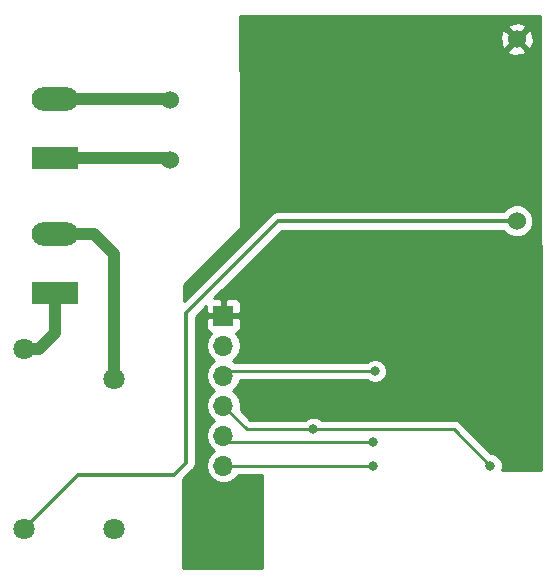
<source format=gbl>
G04 #@! TF.GenerationSoftware,KiCad,Pcbnew,5.0.2-bee76a0~70~ubuntu18.04.1*
G04 #@! TF.CreationDate,2019-03-23T21:35:36+01:00*
G04 #@! TF.ProjectId,AC Relay,41432052-656c-4617-992e-6b696361645f,rev?*
G04 #@! TF.SameCoordinates,Original*
G04 #@! TF.FileFunction,Copper,L2,Bot*
G04 #@! TF.FilePolarity,Positive*
%FSLAX46Y46*%
G04 Gerber Fmt 4.6, Leading zero omitted, Abs format (unit mm)*
G04 Created by KiCad (PCBNEW 5.0.2-bee76a0~70~ubuntu18.04.1) date sáb 23 mar 2019 21:35:36 CET*
%MOMM*%
%LPD*%
G01*
G04 APERTURE LIST*
G04 #@! TA.AperFunction,ComponentPad*
%ADD10C,1.524000*%
G04 #@! TD*
G04 #@! TA.AperFunction,ComponentPad*
%ADD11R,1.700000X1.700000*%
G04 #@! TD*
G04 #@! TA.AperFunction,ComponentPad*
%ADD12O,1.700000X1.700000*%
G04 #@! TD*
G04 #@! TA.AperFunction,ComponentPad*
%ADD13O,3.960000X1.980000*%
G04 #@! TD*
G04 #@! TA.AperFunction,ComponentPad*
%ADD14R,3.960000X1.980000*%
G04 #@! TD*
G04 #@! TA.AperFunction,ComponentPad*
%ADD15C,1.800000*%
G04 #@! TD*
G04 #@! TA.AperFunction,ViaPad*
%ADD16C,0.800000*%
G04 #@! TD*
G04 #@! TA.AperFunction,Conductor*
%ADD17C,0.350000*%
G04 #@! TD*
G04 #@! TA.AperFunction,Conductor*
%ADD18C,1.000000*%
G04 #@! TD*
G04 #@! TA.AperFunction,Conductor*
%ADD19C,0.250000*%
G04 #@! TD*
G04 #@! TA.AperFunction,Conductor*
%ADD20C,0.254000*%
G04 #@! TD*
G04 APERTURE END LIST*
D10*
G04 #@! TO.P,U3,1*
G04 #@! TO.N,Net-(J1-Pad2)*
X85358000Y-55572000D03*
G04 #@! TO.P,U3,2*
G04 #@! TO.N,Net-(J1-Pad1)*
X85358000Y-60572000D03*
G04 #@! TO.P,U3,3*
G04 #@! TO.N,GND*
X114758000Y-50372000D03*
G04 #@! TO.P,U3,4*
G04 #@! TO.N,+5V*
X114758000Y-65772000D03*
G04 #@! TD*
D11*
G04 #@! TO.P,J2,1*
G04 #@! TO.N,GND*
X89916000Y-73787000D03*
D12*
G04 #@! TO.P,J2,2*
G04 #@! TO.N,+3V3*
X89916000Y-76327000D03*
G04 #@! TO.P,J2,3*
G04 #@! TO.N,/Flash*
X89916000Y-78867000D03*
G04 #@! TO.P,J2,4*
G04 #@! TO.N,/Rst*
X89916000Y-81407000D03*
G04 #@! TO.P,J2,5*
G04 #@! TO.N,/RX*
X89916000Y-83947000D03*
G04 #@! TO.P,J2,6*
G04 #@! TO.N,/TX*
X89916000Y-86487000D03*
G04 #@! TD*
D13*
G04 #@! TO.P,J3,2*
G04 #@! TO.N,Net-(J3-Pad2)*
X75692000Y-66882000D03*
D14*
G04 #@! TO.P,J3,1*
G04 #@! TO.N,Net-(J3-Pad1)*
X75692000Y-71882000D03*
G04 #@! TD*
G04 #@! TO.P,J1,1*
G04 #@! TO.N,Net-(J1-Pad1)*
X75692000Y-60452000D03*
D13*
G04 #@! TO.P,J1,2*
G04 #@! TO.N,Net-(J1-Pad2)*
X75692000Y-55452000D03*
G04 #@! TD*
D15*
G04 #@! TO.P,K1,1*
G04 #@! TO.N,Net-(D1-Pad1)*
X80615000Y-91865000D03*
G04 #@! TO.P,K1,2*
G04 #@! TO.N,+5V*
X73015000Y-91865000D03*
G04 #@! TO.P,K1,3*
G04 #@! TO.N,Net-(J3-Pad1)*
X73015000Y-76625000D03*
G04 #@! TO.P,K1,4*
G04 #@! TO.N,Net-(J3-Pad2)*
X80615000Y-79165000D03*
G04 #@! TD*
D16*
G04 #@! TO.N,/Flash*
X102743000Y-78486000D03*
G04 #@! TO.N,/Rst*
X112522000Y-86487000D03*
X97536000Y-83367999D03*
G04 #@! TO.N,/RX*
X102616000Y-84455000D03*
G04 #@! TO.N,/TX*
X102616000Y-86487000D03*
G04 #@! TD*
D17*
G04 #@! TO.N,+5V*
X77631000Y-87249000D02*
X85725000Y-87249000D01*
X73015000Y-91865000D02*
X77631000Y-87249000D01*
X85725000Y-87249000D02*
X86741000Y-86233000D01*
X86741000Y-73533000D02*
X94502000Y-65772000D01*
X86741000Y-86233000D02*
X86741000Y-73533000D01*
X94502000Y-65772000D02*
X114758000Y-65772000D01*
D18*
G04 #@! TO.N,Net-(J3-Pad1)*
X75692000Y-73122000D02*
X75692000Y-71882000D01*
X75692000Y-75220792D02*
X75692000Y-73122000D01*
X74287792Y-76625000D02*
X75692000Y-75220792D01*
X73015000Y-76625000D02*
X74287792Y-76625000D01*
G04 #@! TO.N,Net-(J3-Pad2)*
X80615000Y-79165000D02*
X80615000Y-68550000D01*
X78947000Y-66882000D02*
X75692000Y-66882000D01*
X80615000Y-68550000D02*
X78947000Y-66882000D01*
D19*
G04 #@! TO.N,Net-(J1-Pad2)*
X85238000Y-55452000D02*
X85358000Y-55572000D01*
D18*
X75692000Y-55452000D02*
X85238000Y-55452000D01*
D19*
G04 #@! TO.N,Net-(J1-Pad1)*
X85238000Y-60452000D02*
X85358000Y-60572000D01*
D18*
X75692000Y-60452000D02*
X85238000Y-60452000D01*
D19*
G04 #@! TO.N,/Flash*
X90297000Y-78486000D02*
X89916000Y-78867000D01*
X102743000Y-78486000D02*
X90297000Y-78486000D01*
G04 #@! TO.N,/Rst*
X109402999Y-83367999D02*
X112522000Y-86487000D01*
X97536000Y-83367999D02*
X109402999Y-83367999D01*
X91876999Y-83367999D02*
X89916000Y-81407000D01*
X97536000Y-83367999D02*
X91876999Y-83367999D01*
G04 #@! TO.N,/RX*
X90424000Y-84455000D02*
X89916000Y-83947000D01*
X102616000Y-84455000D02*
X90424000Y-84455000D01*
G04 #@! TO.N,/TX*
X97155000Y-86487000D02*
X102616000Y-86487000D01*
X97155000Y-86487000D02*
X89916000Y-86487000D01*
G04 #@! TD*
D20*
G04 #@! TO.N,GND*
G36*
X116839583Y-86868000D02*
X113484461Y-86868000D01*
X113557000Y-86692874D01*
X113557000Y-86281126D01*
X113399431Y-85900720D01*
X113108280Y-85609569D01*
X112727874Y-85452000D01*
X112561802Y-85452000D01*
X109993330Y-82883529D01*
X109950928Y-82820070D01*
X109699536Y-82652095D01*
X109477851Y-82607999D01*
X109477846Y-82607999D01*
X109402999Y-82593111D01*
X109328152Y-82607999D01*
X98239711Y-82607999D01*
X98122280Y-82490568D01*
X97741874Y-82332999D01*
X97330126Y-82332999D01*
X96949720Y-82490568D01*
X96832289Y-82607999D01*
X92191802Y-82607999D01*
X91357209Y-81773407D01*
X91430092Y-81407000D01*
X91314839Y-80827582D01*
X90986625Y-80336375D01*
X90688239Y-80137000D01*
X90986625Y-79937625D01*
X91314839Y-79446418D01*
X91354704Y-79246000D01*
X102039289Y-79246000D01*
X102156720Y-79363431D01*
X102537126Y-79521000D01*
X102948874Y-79521000D01*
X103329280Y-79363431D01*
X103620431Y-79072280D01*
X103778000Y-78691874D01*
X103778000Y-78280126D01*
X103620431Y-77899720D01*
X103329280Y-77608569D01*
X102948874Y-77451000D01*
X102537126Y-77451000D01*
X102156720Y-77608569D01*
X102039289Y-77726000D01*
X90881301Y-77726000D01*
X90688239Y-77597000D01*
X90986625Y-77397625D01*
X91314839Y-76906418D01*
X91430092Y-76327000D01*
X91314839Y-75747582D01*
X90986625Y-75256375D01*
X90964967Y-75241904D01*
X91125698Y-75175327D01*
X91304327Y-74996699D01*
X91401000Y-74763310D01*
X91401000Y-74072750D01*
X91242250Y-73914000D01*
X90043000Y-73914000D01*
X90043000Y-73934000D01*
X89789000Y-73934000D01*
X89789000Y-73914000D01*
X88589750Y-73914000D01*
X88431000Y-74072750D01*
X88431000Y-74763310D01*
X88527673Y-74996699D01*
X88706302Y-75175327D01*
X88867033Y-75241904D01*
X88845375Y-75256375D01*
X88517161Y-75747582D01*
X88401908Y-76327000D01*
X88517161Y-76906418D01*
X88845375Y-77397625D01*
X89143761Y-77597000D01*
X88845375Y-77796375D01*
X88517161Y-78287582D01*
X88401908Y-78867000D01*
X88517161Y-79446418D01*
X88845375Y-79937625D01*
X89143761Y-80137000D01*
X88845375Y-80336375D01*
X88517161Y-80827582D01*
X88401908Y-81407000D01*
X88517161Y-81986418D01*
X88845375Y-82477625D01*
X89143761Y-82677000D01*
X88845375Y-82876375D01*
X88517161Y-83367582D01*
X88401908Y-83947000D01*
X88517161Y-84526418D01*
X88845375Y-85017625D01*
X89143761Y-85217000D01*
X88845375Y-85416375D01*
X88517161Y-85907582D01*
X88401908Y-86487000D01*
X88517161Y-87066418D01*
X88845375Y-87557625D01*
X89336582Y-87885839D01*
X89769744Y-87972000D01*
X90062256Y-87972000D01*
X90495418Y-87885839D01*
X90986625Y-87557625D01*
X91194178Y-87247000D01*
X93218000Y-87247000D01*
X93218000Y-95123000D01*
X86487000Y-95123000D01*
X86487000Y-87632512D01*
X87257347Y-86862166D01*
X87324977Y-86816977D01*
X87504003Y-86549046D01*
X87551000Y-86312774D01*
X87551000Y-86312773D01*
X87566868Y-86233000D01*
X87551000Y-86153227D01*
X87551000Y-73868512D01*
X88431000Y-72988512D01*
X88431000Y-73501250D01*
X88589750Y-73660000D01*
X89789000Y-73660000D01*
X89789000Y-72460750D01*
X90043000Y-72460750D01*
X90043000Y-73660000D01*
X91242250Y-73660000D01*
X91401000Y-73501250D01*
X91401000Y-72810690D01*
X91304327Y-72577301D01*
X91125698Y-72398673D01*
X90892309Y-72302000D01*
X90201750Y-72302000D01*
X90043000Y-72460750D01*
X89789000Y-72460750D01*
X89630250Y-72302000D01*
X89117512Y-72302000D01*
X94837513Y-66582000D01*
X113592343Y-66582000D01*
X113966663Y-66956320D01*
X114480119Y-67169000D01*
X115035881Y-67169000D01*
X115549337Y-66956320D01*
X115942320Y-66563337D01*
X116155000Y-66049881D01*
X116155000Y-65494119D01*
X115942320Y-64980663D01*
X115549337Y-64587680D01*
X115035881Y-64375000D01*
X114480119Y-64375000D01*
X113966663Y-64587680D01*
X113592343Y-64962000D01*
X94581769Y-64962000D01*
X94501999Y-64946133D01*
X94422230Y-64962000D01*
X94422226Y-64962000D01*
X94185954Y-65008997D01*
X93918023Y-65188023D01*
X93872834Y-65255653D01*
X86587000Y-72541488D01*
X86587000Y-71170446D01*
X91146538Y-66610909D01*
X91207905Y-66569905D01*
X91370354Y-66326783D01*
X91413000Y-66112388D01*
X91427399Y-66040000D01*
X91413000Y-65967612D01*
X91413000Y-53394612D01*
X91400447Y-53331506D01*
X91325244Y-52905003D01*
X91313000Y-52871363D01*
X91313000Y-51352213D01*
X113957392Y-51352213D01*
X114026857Y-51594397D01*
X114550302Y-51781144D01*
X115105368Y-51753362D01*
X115489143Y-51594397D01*
X115558608Y-51352213D01*
X114758000Y-50551605D01*
X113957392Y-51352213D01*
X91313000Y-51352213D01*
X91313000Y-50164302D01*
X113348856Y-50164302D01*
X113376638Y-50719368D01*
X113535603Y-51103143D01*
X113777787Y-51172608D01*
X114578395Y-50372000D01*
X114937605Y-50372000D01*
X115738213Y-51172608D01*
X115980397Y-51103143D01*
X116167144Y-50579698D01*
X116139362Y-50024632D01*
X115980397Y-49640857D01*
X115738213Y-49571392D01*
X114937605Y-50372000D01*
X114578395Y-50372000D01*
X113777787Y-49571392D01*
X113535603Y-49640857D01*
X113348856Y-50164302D01*
X91313000Y-50164302D01*
X91313000Y-49391787D01*
X113957392Y-49391787D01*
X114758000Y-50192395D01*
X115558608Y-49391787D01*
X115489143Y-49149603D01*
X114965698Y-48962856D01*
X114410632Y-48990638D01*
X114026857Y-49149603D01*
X113957392Y-49391787D01*
X91313000Y-49391787D01*
X91313000Y-48387000D01*
X116713416Y-48387000D01*
X116839583Y-86868000D01*
X116839583Y-86868000D01*
G37*
X116839583Y-86868000D02*
X113484461Y-86868000D01*
X113557000Y-86692874D01*
X113557000Y-86281126D01*
X113399431Y-85900720D01*
X113108280Y-85609569D01*
X112727874Y-85452000D01*
X112561802Y-85452000D01*
X109993330Y-82883529D01*
X109950928Y-82820070D01*
X109699536Y-82652095D01*
X109477851Y-82607999D01*
X109477846Y-82607999D01*
X109402999Y-82593111D01*
X109328152Y-82607999D01*
X98239711Y-82607999D01*
X98122280Y-82490568D01*
X97741874Y-82332999D01*
X97330126Y-82332999D01*
X96949720Y-82490568D01*
X96832289Y-82607999D01*
X92191802Y-82607999D01*
X91357209Y-81773407D01*
X91430092Y-81407000D01*
X91314839Y-80827582D01*
X90986625Y-80336375D01*
X90688239Y-80137000D01*
X90986625Y-79937625D01*
X91314839Y-79446418D01*
X91354704Y-79246000D01*
X102039289Y-79246000D01*
X102156720Y-79363431D01*
X102537126Y-79521000D01*
X102948874Y-79521000D01*
X103329280Y-79363431D01*
X103620431Y-79072280D01*
X103778000Y-78691874D01*
X103778000Y-78280126D01*
X103620431Y-77899720D01*
X103329280Y-77608569D01*
X102948874Y-77451000D01*
X102537126Y-77451000D01*
X102156720Y-77608569D01*
X102039289Y-77726000D01*
X90881301Y-77726000D01*
X90688239Y-77597000D01*
X90986625Y-77397625D01*
X91314839Y-76906418D01*
X91430092Y-76327000D01*
X91314839Y-75747582D01*
X90986625Y-75256375D01*
X90964967Y-75241904D01*
X91125698Y-75175327D01*
X91304327Y-74996699D01*
X91401000Y-74763310D01*
X91401000Y-74072750D01*
X91242250Y-73914000D01*
X90043000Y-73914000D01*
X90043000Y-73934000D01*
X89789000Y-73934000D01*
X89789000Y-73914000D01*
X88589750Y-73914000D01*
X88431000Y-74072750D01*
X88431000Y-74763310D01*
X88527673Y-74996699D01*
X88706302Y-75175327D01*
X88867033Y-75241904D01*
X88845375Y-75256375D01*
X88517161Y-75747582D01*
X88401908Y-76327000D01*
X88517161Y-76906418D01*
X88845375Y-77397625D01*
X89143761Y-77597000D01*
X88845375Y-77796375D01*
X88517161Y-78287582D01*
X88401908Y-78867000D01*
X88517161Y-79446418D01*
X88845375Y-79937625D01*
X89143761Y-80137000D01*
X88845375Y-80336375D01*
X88517161Y-80827582D01*
X88401908Y-81407000D01*
X88517161Y-81986418D01*
X88845375Y-82477625D01*
X89143761Y-82677000D01*
X88845375Y-82876375D01*
X88517161Y-83367582D01*
X88401908Y-83947000D01*
X88517161Y-84526418D01*
X88845375Y-85017625D01*
X89143761Y-85217000D01*
X88845375Y-85416375D01*
X88517161Y-85907582D01*
X88401908Y-86487000D01*
X88517161Y-87066418D01*
X88845375Y-87557625D01*
X89336582Y-87885839D01*
X89769744Y-87972000D01*
X90062256Y-87972000D01*
X90495418Y-87885839D01*
X90986625Y-87557625D01*
X91194178Y-87247000D01*
X93218000Y-87247000D01*
X93218000Y-95123000D01*
X86487000Y-95123000D01*
X86487000Y-87632512D01*
X87257347Y-86862166D01*
X87324977Y-86816977D01*
X87504003Y-86549046D01*
X87551000Y-86312774D01*
X87551000Y-86312773D01*
X87566868Y-86233000D01*
X87551000Y-86153227D01*
X87551000Y-73868512D01*
X88431000Y-72988512D01*
X88431000Y-73501250D01*
X88589750Y-73660000D01*
X89789000Y-73660000D01*
X89789000Y-72460750D01*
X90043000Y-72460750D01*
X90043000Y-73660000D01*
X91242250Y-73660000D01*
X91401000Y-73501250D01*
X91401000Y-72810690D01*
X91304327Y-72577301D01*
X91125698Y-72398673D01*
X90892309Y-72302000D01*
X90201750Y-72302000D01*
X90043000Y-72460750D01*
X89789000Y-72460750D01*
X89630250Y-72302000D01*
X89117512Y-72302000D01*
X94837513Y-66582000D01*
X113592343Y-66582000D01*
X113966663Y-66956320D01*
X114480119Y-67169000D01*
X115035881Y-67169000D01*
X115549337Y-66956320D01*
X115942320Y-66563337D01*
X116155000Y-66049881D01*
X116155000Y-65494119D01*
X115942320Y-64980663D01*
X115549337Y-64587680D01*
X115035881Y-64375000D01*
X114480119Y-64375000D01*
X113966663Y-64587680D01*
X113592343Y-64962000D01*
X94581769Y-64962000D01*
X94501999Y-64946133D01*
X94422230Y-64962000D01*
X94422226Y-64962000D01*
X94185954Y-65008997D01*
X93918023Y-65188023D01*
X93872834Y-65255653D01*
X86587000Y-72541488D01*
X86587000Y-71170446D01*
X91146538Y-66610909D01*
X91207905Y-66569905D01*
X91370354Y-66326783D01*
X91413000Y-66112388D01*
X91427399Y-66040000D01*
X91413000Y-65967612D01*
X91413000Y-53394612D01*
X91400447Y-53331506D01*
X91325244Y-52905003D01*
X91313000Y-52871363D01*
X91313000Y-51352213D01*
X113957392Y-51352213D01*
X114026857Y-51594397D01*
X114550302Y-51781144D01*
X115105368Y-51753362D01*
X115489143Y-51594397D01*
X115558608Y-51352213D01*
X114758000Y-50551605D01*
X113957392Y-51352213D01*
X91313000Y-51352213D01*
X91313000Y-50164302D01*
X113348856Y-50164302D01*
X113376638Y-50719368D01*
X113535603Y-51103143D01*
X113777787Y-51172608D01*
X114578395Y-50372000D01*
X114937605Y-50372000D01*
X115738213Y-51172608D01*
X115980397Y-51103143D01*
X116167144Y-50579698D01*
X116139362Y-50024632D01*
X115980397Y-49640857D01*
X115738213Y-49571392D01*
X114937605Y-50372000D01*
X114578395Y-50372000D01*
X113777787Y-49571392D01*
X113535603Y-49640857D01*
X113348856Y-50164302D01*
X91313000Y-50164302D01*
X91313000Y-49391787D01*
X113957392Y-49391787D01*
X114758000Y-50192395D01*
X115558608Y-49391787D01*
X115489143Y-49149603D01*
X114965698Y-48962856D01*
X114410632Y-48990638D01*
X114026857Y-49149603D01*
X113957392Y-49391787D01*
X91313000Y-49391787D01*
X91313000Y-48387000D01*
X116713416Y-48387000D01*
X116839583Y-86868000D01*
G04 #@! TD*
M02*

</source>
